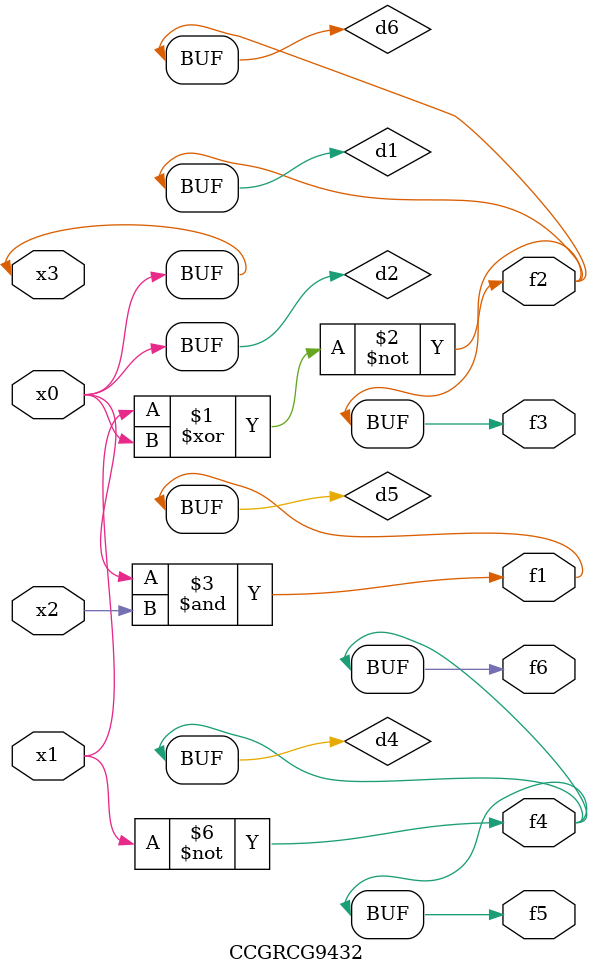
<source format=v>
module CCGRCG9432(
	input x0, x1, x2, x3,
	output f1, f2, f3, f4, f5, f6
);

	wire d1, d2, d3, d4, d5, d6;

	xnor (d1, x1, x3);
	buf (d2, x0, x3);
	nand (d3, x0, x2);
	not (d4, x1);
	nand (d5, d3);
	or (d6, d1);
	assign f1 = d5;
	assign f2 = d6;
	assign f3 = d6;
	assign f4 = d4;
	assign f5 = d4;
	assign f6 = d4;
endmodule

</source>
